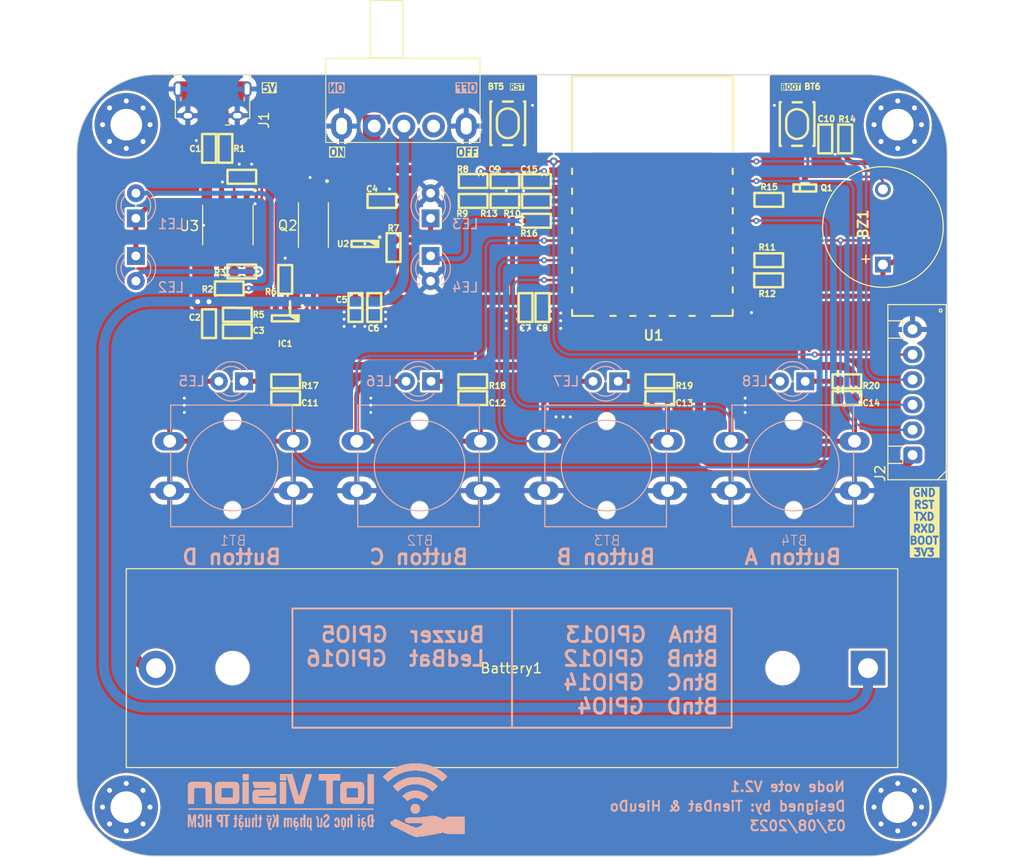
<source format=kicad_pcb>
(kicad_pcb (version 20221018) (generator pcbnew)
  (layers (0 "F.Cu" signal) (31 "B.Cu" signal) (34 "B.Paste" user) (35 "F.Paste" user) (36 "B.SilkS" user "B.Silkscreen") (37 "F.SilkS" user "F.Silkscreen") (38 "B.Mask" user) (39 "F.Mask" user) (44 "Edge.Cuts" user))
  (net 0 "")
  (net 1 "/POWER/ADC_BAT")
  (net 2 "GND")
  (net 3 "/BUTTON/button.BTC")
  (net 4 "/BUTTON/button.BTD")
  (net 5 "/BUTTON/button.BTB")
  (net 6 "/BUTTON/button.BTA")
  (net 7 "/POWER/VBUS")
  (net 8 "/POWER/STDBY")
  (net 9 "/POWER/CHRG")
  (net 10 "/esp8266/RST")
  (net 11 "/esp8266/BOOT")
  (net 12 "Net-(U2-BP)")
  (net 13 "/esp8266/Buzzer")
  (net 14 "+3V3")
  (net 15 "Net-(J1-VBUS)")
  (net 18 "Net-(IC1-VCC)")
  (net 20 "/esp8266/GPIO2")
  (net 21 "/esp8266/EN")
  (net 22 "Net-(U1-GPIO15)")
  (net 23 "/esp8266/Led_BAT")
  (net 24 "Net-(LE5-Pad1)")
  (net 25 "/esp8266/ADC")
  (net 26 "/esp8266/RXD")
  (net 27 "/esp8266/TXD")
  (net 28 "/POWER/BAT+")
  (net 29 "Net-(Q2-Pad1)")
  (net 30 "Net-(IC1-CS)")
  (net 31 "Net-(IC1-OC)")
  (net 32 "Net-(IC1-OD)")
  (net 34 "Net-(LE1-Pad2)")
  (net 35 "Net-(LE6-Pad1)")
  (net 36 "Net-(LE7-Pad1)")
  (net 37 "Net-(U3-PROG)")
  (net 38 "Net-(BZ1-+)")
  (net 39 "/POWER/BAT-")
  (net 40 "Net-(LE2-Pad2)")
  (net 41 "Net-(LE3-Pad1)")
  (net 42 "Net-(LE8-Pad1)")
  (net 43 "Net-(LE4-Pad1)")
  (footprint "IVS_FOOTPRINTS:R_0603" (layer "F.Cu") (at 69.952885 18.755037 180)
    (fp_text reference "R11")
    (fp_text value "10K")
  )
  (footprint "IVS_FOOTPRINTS:C_0603" (layer "F.Cu") (at 46.469 10.767537)
    (fp_text reference "C15")
    (fp_text value "100nF")
  )
  (footprint "IVS_FOOTPRINTS:SW_SPST_PTS810" (layer "F.Cu") (at 72.798 4.955037 -90)
    (fp_text reference "BT6")
    (fp_text value "SW_Push_4.2x3.3x2.5_SMD" hide)
  )
  (footprint "IVS_FOOTPRINTS:SOT23-6" (layer "F.Cu") (at 21.069 24.639245 -90)
    (property "VALUE" "DW01A")
    (fp_text reference "IC1")
    (fp_text value "DW01A")
  )
  (footprint "IVS_FOOTPRINTS:R_0603" (layer "F.Cu") (at 77.856167 31 180)
    (fp_text reference "R20")
    (fp_text value "1K5")
  )
  (footprint "IVS_FOOTPRINTS:C_0603" (layer "F.Cu") (at 77.856167 32.7 180)
    (fp_text reference "C14")
    (fp_text value "100nF")
  )
  (footprint "IVS_FOOTPRINTS:R_0603" (layer "F.Cu") (at 15.02 7.45 -90)
    (fp_text reference "R1")
    (fp_text value "0.5R")
  )
  (footprint "IVS_FOOTPRINTS:R_0603" (layer "F.Cu") (at 15.409 21.6 180)
    (fp_text reference "R2")
    (fp_text value "1K5")
  )
  (footprint "IVS_FOOTPRINTS:R_0603" (layer "F.Cu") (at 32.019 17.475 -90)
    (fp_text reference "R7")
    (fp_text value "1K")
  )
  (footprint "IVS_FOOTPRINTS:R_0603" (layer "F.Cu") (at 69.958 12.655037)
    (fp_text reference "R15")
    (fp_text value "1M")
  )
  (footprint "IVS_FOOTPRINTS:XH_6P_2.54mm_Vertical" (layer "F.Cu") (at 84.5 38.455037 90)
    (fp_text reference "J2")
    (fp_text value "XH_2.54_6P_Vertical")
  )
  (footprint "IVS_FOOTPRINTS:C_0603" (layer "F.Cu") (at 47.069 23.542537 -90)
    (fp_text reference "C8")
    (fp_text value "100nF")
  )
  (footprint "IVS_FOOTPRINTS:R_0603" (layer "F.Cu") (at 21.069 20.7 90)
    (fp_text reference "R6")
    (fp_text value "1K")
  )
  (footprint "IVS_FOOTPRINTS:R_0603" (layer "F.Cu") (at 16.679 19.9 180)
    (fp_text reference "R3")
    (fp_text value "1K5")
  )
  (footprint "IVS_FOOTPRINTS:C_0603" (layer "F.Cu") (at 16.23 25.948963 180)
    (fp_text reference "C3")
    (fp_text value "100nF")
  )
  (footprint "IVS_FOOTPRINTS:C_0603" (layer "F.Cu") (at 45.369 23.542537 -90)
    (fp_text reference "C7")
    (fp_text value "1uF")
  )
  (footprint "IVS_FOOTPRINTS:SOT23-5" (layer "F.Cu") (at 29.119 17.1125 -90)
    (fp_text reference "U2")
    (fp_text value "RT9193-33GB")
  )
  (footprint "IVS_FOOTPRINTS:C_0603" (layer "F.Cu") (at 28.169 23.542537 -90)
    (fp_text reference "C5")
    (fp_text value "22nF")
  )
  (footprint "IVS_FOOTPRINTS:USB_Micro-B" (layer "F.Cu") (at 13.719 2.75 180)
    (fp_text reference "J1")
    (fp_text value "USB_B_Micro_5Ft_SMD_V1")
  )
  (footprint "IVS_FOOTPRINTS:MountingHole_3.2mm_M3_Pad_Via" (layer "F.Cu") (at 5 74.055037)
    (fp_text reference "REF**" hide)
    (fp_text value "MountingHole_3.2mm_M3_Pad_Via")
  )
  (footprint "IVS_FOOTPRINTS:R_0603" (layer "F.Cu") (at 40.069 12.767537 180)
    (fp_text reference "R9")
    (fp_text value "1K")
  )
  (footprint "IVS_FOOTPRINTS:R_0603" (layer "F.Cu") (at 46.469 12.767537)
    (fp_text reference "R10")
    (fp_text value "10K")
  )
  (footprint "IVS_FOOTPRINTS:MountingHole_3.2mm_M3_Pad_Via" (layer "F.Cu") (at 83 5.055037)
    (fp_text reference "REF**" hide)
    (fp_text value "MountingHole_3.2mm_M3_Pad_Via")
  )
  (footprint "IVS_FOOTPRINTS:C_0603" (layer "F.Cu") (at 58.942055 32.7 180)
    (fp_text reference "C13")
    (fp_text value "100nF")
  )
  (footprint "IVS_FOOTPRINTS:C_0603" (layer "F.Cu") (at 30.069 23.542537 -90)
    (fp_text reference "C6")
    (fp_text value "1uF")
  )
  (footprint "IVS_FOOTPRINTS:MountingHole_3.2mm_M3_Pad_Via" (layer "F.Cu") (at 5 5.055037)
    (fp_text reference "REF**" hide)
    (fp_text value "MountingHole_3.2mm_M3_Pad_Via")
  )
  (footprint "IVS_FOOTPRINTS:BatteryHolder_MPD_BH-18650-PC2" (layer "F.Cu") (at 80 60 180)
    (fp_text reference "Battery1")
    (fp_text value "Battery_Holder_1x18650_DIP")
  )
  (footprint "IVS_FOOTPRINTS:SS-12F23G6" (layer "F.Cu") (at 33.069 5.1)
    (fp_text reference "S2" hide)
    (fp_text value "Slide_Switch_SS-12F23G6" hide)
  )
  (footprint "IVS_FOOTPRINTS:MountingHole_3.2mm_M3_Pad_Via" (layer "F.Cu") (at 83 74.055037)
    (fp_text reference "REF**" hide)
    (fp_text value "MountingHole_3.2mm_M3_Pad_Via")
  )
  (footprint "IVS_FOOTPRINTS:R_0603" (layer "F.Cu") (at 77.685 6.5 90)
    (fp_text reference "R14")
    (fp_text value "10K")
  )
  (footprint "IVS_FOOTPRINTS:ESP8266-07__ESP32-C3-12F" (layer "F.Cu") (at 50.073 7.767537)
    (fp_text reference "U1")
    (fp_text value "ESP8266-ESP-12E")
  )
  (footprint "IVS_FOOTPRINTS:C_0603" (layer "F.Cu") (at 13.364 25.173963 -90)
    (fp_text reference "C2")
    (fp_text value "10uF")
  )
  (footprint "IVS_FOOTPRINTS:C_0603" (layer "F.Cu") (at 40.027944 32.7 180)
    (fp_text reference "C12")
    (fp_text value "100nF")
  )
  (footprint "IVS_FOOTPRINTS:R_0603" (layer "F.Cu") (at 43.274232 12.767537 180)
    (fp_text reference "R13")
    (fp_text value "10K")
  )
  (footprint "IVS_FOOTPRINTS:TP4056" (layer "F.Cu") (at 15.269 15.2 -90)
    (fp_text reference "U3")
    (fp_text value "TP4056")
  )
  (footprint "IVS_FOOTPRINTS:SOT23-3" (layer "F.Cu") (at 73.608 11.455037)
    (fp_text reference "Q1")
    (fp_text value "N_Mosfet_SI2300")
  )
  (footprint "IVS_FOOTPRINTS:C_0603" (layer "F.Cu") (at 75.669 6.5 -90)
    (fp_text reference "C10")
    (fp_text value "100nF")
  )
  (footprint "IVS_FOOTPRINTS:R_0603" (layer "F.Cu") (at 16.684 10.325 180)
    (fp_text reference "R4" hide)
    (fp_text value "2K")
  )
  (footprint "IVS_FOOTPRINTS:C_0603" (layer "F.Cu") (at 43.274232 10.767537)
    (fp_text reference "C9")
    (fp_text value "100nF")
  )
  (footprint "IVS_FOOTPRINTS:R_0603" (layer "F.Cu") (at 16.23 24.274963)
    (fp_text reference "R5")
    (fp_text value "100R")
  )
  (footprint "IVS_FOOTPRINTS:C_0603" (layer "F.Cu") (at 21.113833 32.7 180)
    (fp_text reference "C11")
    (fp_text value "100nF")
  )
  (footprint "IVS_FOOTPRINTS:R_0603" (layer "F.Cu") (at 58.942055 31 180)
    (fp_text reference "R19")
    (fp_text value "1K5")
  )
  (footprint "IVS_FOOTPRINTS:C_0603" (layer "F.Cu") (at 30.844 12.767537)
    (fp_text reference "C4")
    (fp_text value "1uF")
  )
  (footprint "IVS_FOOTPRINTS:R_0603" (layer "F.Cu") (at 40.027944 31 180)
    (fp_text reference "R18")
    (fp_text value "1K5")
  )
  (footprint "IVS_FOOTPRINTS:SW_SPST_PTS810" (layer "F.Cu") (at 43.599232 4.955037 90)
    (fp_text reference "BT5")
    (fp_text value "SW_Push_4.2x3.3x2.5_SMD" hide)
  )
  (footprint "IVS_FOOTPRINTS:R_0603" (layer "F.Cu") (at 46.469 14.767537 180)
    (fp_text reference "R16")
    (fp_text value "1K5")
  )
  (footprint "IVS_FOOTPRINTS:R_0603" (layer "F.Cu") (at 21.113833 31 180)
    (fp_text reference "R17")
    (fp_text value "1K5")
  )
  (footprint "IVS_FOOTPRINTS:TSSOP-8" (layer "F.Cu") (at 23.919 15.2 -90)
    (fp_text reference "Q2")
    (fp_text value "FS8205A")
  )
  (footprint "IVS_FOOTPRINTS:Buzzer_12x6RM7.6" (layer "F.Cu") (at 81.5 15.4 90)
    (fp_text reference "BZ1")
    (fp_text value "1206_DIP_Buzzer")
  )
  (footprint "IVS_FOOTPRINTS:R_0603" (layer "F.Cu") (at 69.937885 20.787037)
    (fp_text reference "R12")
    (fp_text value "10K")
  )
  (footprint "IVS_FOOTPRINTS:C_0603" (layer "F.Cu") (at 13.369 7.45 -90)
    (fp_text reference "C1")
    (fp_text value "10uF")
  )
  (footprint "IVS_FOOTPRINTS:R_0603" (layer "F.Cu") (at 40.069 10.75)
    (fp_text reference "R8")
    (fp_text value "3k3")
  )
  (footprint "IVS_FOOTPRINTS:LED_D3.0mm_Red" (layer "B.Cu") (at 5.969 14.525 90)
    (fp_text reference "LE1")
    (fp_text value "Led_Green_3mm_DIP")
  )
  (footprint "IVS_FOOTPRINTS:LED_D3.0mm_Red" (layer "B.Cu") (at 73.646167 31 180)
    (fp_text reference "LE8")
    (fp_text value "Led_Green_3mm_DIP")
  )
  (footprint "IVS_FOOTPRINTS:SW_Push_TactileSwitch_12x12mm_DIP" (layer "B.Cu") (at 53.567055 39.515037)
    (fp_text reference "BT3")
    (fp_text value "SW_Push_B3F-4055_12x12x7.3_Omron")
    (fp_circle (center 0 -4.5) (end 0.9 -4.5) (stroke (width 0.05)) (fill none) (layer "Edge.Cuts"))
    (fp_circle (center 0 4.5) (end 0.9 4.5) (stroke (width 0.05)) (fill none) (layer "Edge.Cuts"))
  )
  (footprint "IVS_FOOTPRINTS:LED_D3.0mm_Red" (layer "B.Cu") (at 5.969 18.325 -90)
    (fp_text reference "LE2")
    (fp_text value "Led_Red_3mm_DIP")
  )
  (footprint "IVS_FOOTPRINTS:LED_D3.0mm_Red" (layer "B.Cu") (at 54.732055 31 180)
    (fp_text reference "LE7")
    (fp_text value "Led_Green_3mm_DIP")
  )
  (footprint "IVS_FOOTPRINTS:LoGo_IoTVision3" (layer "B.Cu") (at 25.228278 73.35 180)
    (fp_text reference "REF**" hide)
    (fp_text value "LOGO" hide)
  )
  (footprint "IVS_FOOTPRINTS:SW_Push_TactileSwitch_12x12mm_DIP" (layer "B.Cu") (at 15.738833 39.515037)
    (fp_text reference "BT1")
    (fp_text value "SW_Push_B3F-4055_12x12x7.3_Omron")
    (fp_circle (center 0 -4.5) (end 0.9 -4.5) (stroke (width 0.05)) (fill none) (layer "Edge.Cuts"))
    (fp_circle (center 0 4.5) (end 0.9 4.5) (stroke (width 0.05)) (fill none) (layer "Edge.Cuts"))
  )
  (footprint "IVS_FOOTPRINTS:LED_D3.0mm_Red" (layer "B.Cu") (at 35.817944 31 180)
    (fp_text reference "LE6")
    (fp_text value "Led_Green_3mm_DIP")
  )
  (footprint "IVS_FOOTPRINTS:LED_D3.0mm_Red" (layer "B.Cu") (at 35.769 14.525 90)
    (fp_text reference "LE3")
    (fp_text value "Led_Red_3mm_DIP")
  )
  (footprint "IVS_FOOTPRINTS:SW_Push_TactileSwitch_12x12mm_DIP" (layer "B.Cu") (at 34.652944 39.515037)
    (fp_text reference "BT2")
    (fp_text value "SW_Push_B3F-4055_12x12x7.3_Omron")
    (fp_circle (center 0 -4.5) (end 0.9 -4.5) (stroke (width 0.05)) (fill none) (layer "Edge.Cuts"))
    (fp_circle (center 0 4.5) (end 0.9 4.5) (stroke (width 0.05)) (fill none) (layer "Edge.Cuts"))
  )
  (footprint "IVS_FOOTPRINTS:LED_D3.0mm_Red" (layer "B.Cu") (at 35.769 18.325 -90)
    (fp_text reference "LE4")
    (fp_text value "Led_Blue_3mm_DIP")
  )
  (footprint "IVS_FOOTPRINTS:SW_Push_TactileSwitch_12x12mm_DIP" (layer "B.Cu") (at 72.481167 39.515037)
    (fp_text reference "BT4")
    (fp_text value "SW_Push_B3F-4055_12x12x7.3_Omron")
    (fp_circle (center 0 -4.5) (end 0.9 -4.5) (stroke (width 0.05)) (fill none) (layer "Edge.Cuts"))
    (fp_circle (center 0 4.5) (end 0.9 4.5) (stroke (width 0.05)) (fill none) (layer "Edge.Cuts"))
  )
  (footprint "IVS_FOOTPRINTS:LED_D3.0mm_Red" (layer "B.Cu") (at 16.903833 31 180)
    (fp_text reference "LE5")
    (fp_text value "Led_Green_3mm_DIP")
  )
  (gr_rect (start 21.8 53.975) (end 66.2 66.025) (stroke (width 0.2)) (fill none) (layer "B.SilkS"))
  (gr_line (start 44 66.025) (end 44 53.975) (stroke (width 0.2)) (layer "B.SilkS"))
  (gr_line (start 0 71) (end 0 8) (stroke (width 0.1)) (layer "Edge.Cuts"))
  (gr_arc (start 88 71) (mid 85.656855 76.656855) (end 80 79) (stroke (width 0.1)) (layer "Edge.Cuts"))
  (gr_arc (start 8 79) (mid 2.343145 76.656855) (end 0 71) (stroke (width 0.1)) (layer "Edge.Cuts"))
  (gr_arc (start 80 0) (mid 85.656855 2.343145) (end 88 8) (stroke (width 0.1)) (layer "Edge.Cuts"))
  (gr_line (start 88 71) (end 88 8) (stroke (width 0.1)) (layer "Edge.Cuts"))
  (gr_arc (start 0 8) (mid 2.343145 2.343145) (end 8 0) (stroke (width 0.1)) (layer "Edge.Cuts"))
  (gr_line (start 80 79) (end 8 79) (stroke (width 0.1)) (layer "Edge.Cuts"))
  (gr_line (start 8 0) (end 80 0) (stroke (width 0.1)) (layer "Edge.Cuts"))
  (gr_text "Button A" (at 77.45331 49.65) (layer "B.SilkS") (effects (font (size 1.5 1.5) (thickness 0.3) bold) (justify left bottom mirror)))
  (gr_text "Button C" (at 39.73223 49.65) (layer "B.SilkS") (effects (font (size 1.5 1.5) (thickness 0.3) bold) (justify left bottom mirror)))
  (gr_text "Button B" (at 58.646341 49.65) (layer "B.SilkS") (effects (font (size 1.5 1.5) (thickness 0.3) bold) (justify left bottom mirror)))
  (gr_text "ON" (at 27.152928 1.8) (layer "B.SilkS" knockout) (effects (font (size 0.75 0.75) (thickness 0.1875) bold) (justify left bottom mirror)))
  (gr_text "Node vote V2.1" (at 77.778278 72.575) (layer "B.SilkS") (effects (font (size 1 1) (thickness 0.2) bold) (justify left bottom mirror)))
  (gr_text "Designed by: TienDat & HieuDo" (at 77.828278 74.55) (layer "B.SilkS") (effects (font (size 1 1) (thickness 0.2) bold) (justify left bottom mirror)))
  (gr_text "BtnA  GPIO13	Buzzer  GPIO5\nBtnB  GPIO12	LedBat  GPIO16\nBtnC  GPIO14	\nBtnD  GPIO4" (at 65.046429 64.7475) (layer "B.SilkS") (effects (font (size 1.5 1.5) (thickness 0.3) bold) (justify left bottom mirror)))
  (gr_text "OFF" (at 40.552928 1.8) (layer "B.SilkS" knockout) (effects (font (size 0.75 0.75) (thickness 0.1875) bold) (justify left bottom mirror)))
  (gr_text "03/08/2023" (at 77.878278 76.525) (layer "B.SilkS") (effects (font (size 1 1) (thickness 0.2) bold) (justify left bottom mirror)))
  (gr_text "Button D" (at 20.818119 49.65) (layer "B.SilkS") (effects (font (size 1.5 1.5) (thickness 0.3) bold) (justify left bottom mirror)))
  (gr_text "5V" (at 18.619 1.8) (layer "F.SilkS" knockout) (effects (font (size 0.75 0.75) (thickness 0.1875) bold) (justify left bottom)))
  (gr_text "ON" (at 25.419 8.3) (layer "F.SilkS" knockout) (effects (font (size 0.75 0.75) (thickness 0.1875) bold) (justify left bottom)))
  (gr_text "GND\nRST\nTXD\nRXD\nBOOT\n3V3" (at 85.669 48.75) (layer "F.SilkS" knockout) (effects (font (size 0.75 0.75) (thickness 0.1875) bold) (justify bottom)))
  (gr_text "RST" (at 43.719 1.55) (layer "F.SilkS" knockout) (effects (font (size 0.5 0.5) (thickness 0.125) bold) (justify left bottom)))
  (gr_text "OFF" (at 38.319 8.3) (layer "F.SilkS" knockout) (effects (font (size 0.75 0.75) (thickness 0.1875) bold) (justify left bottom)))
  (gr_text "BOOT" (at 71.119 1.55) (layer "F.SilkS" knockout) (effects (font (size 0.5 0.5) (thickness 0.125) bold) (justify left bottom)))
  (segment (start 30.069 15.975) (end 30.069 12.767537) (width 0.5) (layer "F.Cu") (net 1))
  (segment (start 30.069 9.55) (end 30.069 12.767537) (width 1) (layer "F.Cu") (net 1))
  (segment (start 38.353209 9.55) (end 30.069 9.55) (width 0.8) (layer "F.Cu") (net 1))
  (segment (start 39.294 10.75) (end 39.294 10.490791) (width 0.8) (layer "F.Cu") (net 1))
  (segment (start 30.069 5.2) (end 30.069 9.55) (width 1) (layer "F.Cu") (net 1))
  (arc (start 39.294 10.490791) (mid 39.018449 9.825551) (end 38.353209 9.55) (width 0.8) (layer "F.Cu") (net 1))
  (segment (start 44.049232 10.767537) (end 44.049232 11.119768) (width 0.25) (layer "F.Cu") (net 2))
  (segment (start 15.269 15.2) (end 12.844 15.2) (width 0.25) (layer "F.Cu") (net 2))
  (segment (start 47.069 24.317537) (end 47.069 25.183332) (width 0.25) (layer "F.Cu") (net 2))
  (segment (start 31.619 12.767537) (end 31.619 11.55) (width 0.25) (layer "F.Cu") (net 2))
  (segment (start 45.369 24.317537) (end 45.369 25.233334) (width 0.25) (layer "F.Cu") (net 2))
  (segment (start 23.583 10.3975) (end 23.583 12.309) (width 0.25) (layer "F.Cu") (net 2))
  (segment (start 44.658 2.617537) (end 44.658 7.267537) (width 0.25) (layer "F.Cu") (net 2))
  (segment (start 45.694 10.767537) (end 45.694 11.225) (width 0.25) (layer "F.Cu") (net 2))
  (segment (start 44.658 2.617537) (end 45.586537 2.617537) (width 0.25) (layer "F.Cu") (net 2))
  (segment (start 71.748 2.642537) (end 71.748 7.292537) (width 0.25) (layer "F.Cu") (net 2))
  (segment (start 29.119 15.975) (end 29.119 17.1025) (width 0.25) (layer "F.Cu") (net 2))
  (segment (start 28.169 24.317537) (end 28.169 25.35) (width 0.25) (layer "F.Cu") (net 2))
  (segment (start 23.583 12.309) (end 23.594 12.32) (width 0.25) (layer "F.Cu") (net 2))
  (segment (start 21.069 19.925) (end 21.069 18.55) (width 0.25) (layer "F.Cu") (net 2))
  (segment (start 71.748 2.642537) (end 70.976463 2.642537) (width 0.25) (layer "F.Cu") (net 2))
  (segment (start 65.793 22.767537) (end 66.9205 22.767537) (width 0.5) (layer "F.Cu") (net 2))
  (segment (start 76.444 8.05) (end 76.669 8.05) (width 0.25) (layer "F.Cu") (net 2))
  (segment (start 17.174 12.725) (end 17.6985 12.725) (width 0.25) (layer "F.Cu") (net 2))
  (segment (start 30.069 24.317537) (end 30.069 25.35) (width 0.25) (layer "F.Cu") (net 2))
  (segment (start 13.369 6.675) (end 12.122492 6.675) (width 0.25) (layer "F.Cu") (net 2))
  (segment (start 17.459 9.26) (end 17.459 10.325) (width 0.5) (layer "F.Cu") (net 2))
  (segment (start 14.634 12.725) (end 14.634 10.935) (width 0.25) (layer "F.Cu") (net 2))
  (via blind (at 48.919 24.880037) (size 0.6) (drill 0.3) (layers "F.Cu" "B.Cu") (net 2))
  (via blind (at 43.419 24.106716) (size 0.6) (drill 0.3) (layers "F.Cu" "B.Cu") (net 2))
  (via blind (at 68.208 24.055037) (size 0.6) (drill 0.3) (layers "F.Cu" "B.Cu") (net 2))
  (via blind (at 67.569 33.425) (size 0.6) (drill 0.3) (layers "F.Cu" "B.Cu") (net 2))
  (via blind (at 48.444 34.6) (size 0.6) (drill 0.3) (layers "F.Cu" "B.Cu") (net 2))
  (via blind (at 49.894 34.6) (size 0.6) (drill 0.3) (layers "F.Cu" "B.Cu") (net 2))
  (via blind (at 43.419 25.65) (size 0.6) (drill 0.3) (layers "F.Cu" "B.Cu") (net 2))
  (via blind (at 30.169 25.45) (size 0.6) (drill 0.3) (layers "F.Cu" "B.Cu") (net 2))
  (via blind (at 70.519 3.1) (size 0.6) (drill 0.3) (layers "F.Cu" "B.Cu") (net 2))
  (via blind (at 31.619 11.55) (size 0.6) (drill 0.3) (layers "F.Cu" "B.Cu") (net 2))
  (via blind (at 29.719 33.425) (size 0.6) (drill 0.3) (layers "F.Cu" "B.Cu") (net 2))
  (via blind (at 18.0235 13.05) (size 0.6) (drill 0.3) (layers "F.Cu" "B.Cu") (net 2))
  (via blind (at 48.919 24.106716) (size 0.6) (drill 0.3) (layers "F.Cu" "B.Cu") (net 2))
  (via blind (at 27.019 25.45) (size 0.6) (drill 0.3) (layers "F.Cu" "B.Cu") (net 2))
  (via blind (at 29.719 34.15) (size 0.6) (drill 0.3) (layers "F.Cu" "B.Cu") (net 2))
  (via blind (at 46.069 3.1) (size 0.6) (drill 0.3) (layers "F.Cu" "B.Cu") (net 2))
  (via blind (at 27.019 24) (size 0.6) (drill 0.3) (layers "F.Cu" "B.Cu") (net 2))
  (via blind (at 45.785666 25.65) (size 0.6) (drill 0.3) (layers "F.Cu" "B.Cu") (net 2))
  (via blind (at 12.819 15.225) (size 0.6) (drill 0.3) (layers "F.Cu" "B.Cu") (net 2))
  (via blind (at 29.719 32.7) (size 0.6) (drill 0.3) (layers "F.Cu" "B.Cu") (net 2))
  (via blind (at 10.869 34.15) (size 0.6) (drill 0.3) (layers "F.Cu" "B.Cu") (net 2))
  (via blind (at 28.069 25.45) (size 0.6) (drill 0.3) (layers "F.Cu" "B.Cu") (net 2))
  (via blind (at 10.869 33.425) (size 0.6) (drill 0.3) (layers "F.Cu" "B.Cu") (net 2))
  (via blind (at 17.669 9.05) (size 0.6) (drill 0.3) (layers "F.Cu" "B.Cu") (net 2))
  (via blind (at 29.119 25.45) (size 0.6) (drill 0.3) (layers "F.Cu" "B.Cu") (net 2))
  (via blind (at 31.219 24.725) (size 0.6) (drill 0.3) (layers "F.Cu" "B.Cu") (net 2))
  (via blind (at 29.119 17.1025) (size 0.6) (drill 0.3) (layers "F.Cu" "B.Cu") (net 2))
  (via blind (at 43.419 11.75) (size 0.6) (drill 0.3) (layers "F.Cu" "B.Cu") (net 2))
  (via blind (at 27.019 24.725) (size 0.6) (drill 0.3) (layers "F.Cu" "B.Cu") (net 2))
  (via blind (at 47.419 25.65) (size 0.6) (drill 0.3) (layers "F.Cu" "B.Cu") (net 2))
  (via blind (at 67.569 32.7) (size 0.6) (drill 0.3) (layers "F.Cu" "B.Cu") (net 2))
  (via blind (at 49.169 34.6) (size 0.6) (drill 0.3) (layers "F.Cu" "B.Cu") (net 2))
  (via blind (at 14.719 10.85) (size 0.6) (drill 0.3) (layers "F.Cu" "B.Cu") (net 2))
  (via blind (at 12.079037 6.657) (size 0.6) (drill 0.3) (layers "F.Cu" "B.Cu") (net 2))
  (via blind (at 21.069 18.55) (size 0.6) (drill 0.3) (layers "F.Cu" "B.Cu") (net 2))
  (via blind (at 23.583 10.3975) (size 0.6) (drill 0.3) (layers "F.Cu" "B.Cu") (net 2))
  (via blind (at 16.419 9.05) (size 0.6) (drill 0.3) (layers "F.Cu" "B.Cu") (net 2))
  (via blind (at 31.219 24) (size 0.6) (drill 0.3) (layers "F.Cu" "B.Cu") (net 2))
  (via blind (at 46.602332 25.65) (size 0.6) (drill 0.3) (layers "F.Cu" "B.Cu") (net 2))
  (via blind (at 48.919 25.65) (size 0.6) (drill 0.3) (layers "F.Cu" "B.Cu") (net 2))
  (via blind (at 10.869 32.7) (size 0.6) (drill 0.3) (layers "F.Cu" "B.Cu") (net 2))
  (via blind (at 67.569 34.15) (size 0.6) (drill 0.3) (layers "F.Cu" "B.Cu") (net 2))
  (via blind (at 43.419 24.880037) (size 0.6) (drill 0.3) (layers "F.Cu" "B.Cu") (net 2))
  (via blind (at 45.169 11.75) (size 0.6) (drill 0.3) (layers "F.Cu" "B.Cu") (net 2))
  (via blind (at 44.969 25.65) (size 0.6) (drill 0.3) (layers "F.Cu" "B.Cu") (net 2))
  (via blind (at 31.219 25.45) (size 0.6) (drill 0.3) (layers "F.Cu" "B.Cu") (net 2))
  (via blind (at 76.669 8.05) (size 0.6) (drill 0.3) (layers "F.Cu" "B.Cu") (net 2))
  (arc (start 45.694 11.225) (mid 45.540231 11.596231) (end 45.169 11.75) (width 0.25) (layer "F.Cu") (net 2))
  (arc (start 70.976463 2.642537) (mid 70.652988 2.776525) (end 70.519 3.1) (width 0.25) (layer "F.Cu") (net 2))
  (arc (start 17.6985 12.725) (mid 17.92831 12.82019) (end 18.0235 13.05) (width 0.25) (layer "F.Cu") (net 2))
  (arc (start 12.844 15.2) (mid 12.826322 15.207322) (end 12.819 15.225) (width 0.25) (layer "F.Cu") (net 2))
  (arc (start 45.369 25.233334) (mid 45.491039 25.527961) (end 45.785666 25.65) (width 0.25) (layer "F.Cu") (net 2))
  (arc (start 30.069 25.35) (mid 30.098289 25.420711) (end 30.169 25.45) (width 0.25) (layer "F.Cu") (net 2))
  (arc (start 66.9205 22.767537) (mid 67.8309 23.144637) (end 68.208 24.055037) (width 0.5) (layer "F.Cu") (net 2))
  (arc (start 44.049232 11.119768) (mid 43.864641 11.565409) (end 43.419 11.75) (width 0.25) (layer "F.Cu") (net 2))
  (arc (start 14.634 10.935) (mid 14.658896 10.874896) (end 14.719 10.85) (width 0.25) (layer "F.Cu") (net 2))
  (arc (start 28.169 25.35) (mid 28.139711 25.420711) (end 28.069 25.45) (width 0.25) (layer "F.Cu") (net 2))
  (arc (start 17.669 9.05) (mid 17.520508 9.111508) (end 17.459 9.26) (width 0.5) (layer "F.Cu") (net 2))
  (arc (start 75.669 7.275) (mid 75.895992 7.823008) (end 76.444 8.05) (width 0.25) (layer "F.Cu") (net 2))
  (arc (start 47.069 25.183332) (mid 46.932316 25.513316) (end 46.602332 25.65) (width 0.25) (layer "F.Cu") (net 2))
  (arc (start 45.586537 2.617537) (mid 45.92769 2.758847) (end 46.069 3.1) (width 0.25) (layer "F.Cu") (net 2))
  (segment (start 40.802944 32.7) (end 40.802944 37.055037) (width 0.5) (layer "F.Cu") (net 3))
  (segment (start 50.593 16.767537) (end 47.244 16.767537) (width 0.25) (layer "F.Cu") (net 3))
  (segment (start 33.277944 31) (end 29.908934 30.99997) (width 0.5) (layer "F.Cu") (net 3))
  (segment (start 28.302944 37.055037) (end 40.802944 37.055037) (width 0.5) (layer "F.Cu") (net 3))
  (segment (start 28.302944 37.055037) (end 28.302944 32.605946) (width 0.5) (layer "F.Cu") (net 3))
  (via blind (at 47.244 16.767537) (size 0.6) (drill 0.3) (layers "F.Cu" "B.Cu") (net 3))
  (arc (start 28.302944 32.605946) (mid 28.773328 31.470345) (end 29.908934 30.99997) (width 0.5) (layer "F.Cu") (net 3))
  (segment (start 28.302944 37.055037) (end 28.302944 29.766056) (width 0.25) (layer "B.Cu") (net 3))
  (segment (start 29.619 28.45) (end 40.240667 28.45) (width 0.25) (layer "B.Cu") (net 3))
  (segment (start 42.09182 16.767537) (end 47.244 16.767537) (width 0.25) (layer "B.Cu") (net 3))
  (segment (start 41.340667 27.35) (end 41.340667 17.51869) (width 0.25) (layer "B.Cu") (net 3))
  (arc (start 40.240667 28.45) (mid 41.018484 28.127817) (end 41.340667 27.35) (width 0.25) (layer "B.Cu") (net 3))
  (arc (start 28.302944 29.766056) (mid 28.688408 28.835464) (end 29.619 28.45) (width 0.25) (layer "B.Cu") (net 3))
  (arc (start 41.340667 17.51869) (mid 41.560658 16.987537) (end 42.09182 16.767537) (width 0.25) (layer "B.Cu") (net 3))
  (segment (start 21.888833 32.7) (end 21.888833 37.055037) (width 0.5) (layer "F.Cu") (net 4))
  (segment (start 65.793 14.767537) (end 68.688485 14.767537) (width 0.25) (layer "F.Cu") (net 4))
  (segment (start 14.363833 31) (end 11.055385 30.999978) (width 0.5) (layer "F.Cu") (net 4))
  (segment (start 9.388833 32.666519) (end 9.388833 37.055037) (width 0.5) (layer "F.Cu") (net 4))
  (segment (start 9.388833 37.055037) (end 21.888833 37.055037) (width 0.5) (layer "F.Cu") (net 4))
  (via blind (at 68.694974 14.774026) (size 0.6) (drill 0.3) (layers "F.Cu" "B.Cu") (net 4))
  (arc (start 11.055385 30.999978) (mid 9.876955 31.488093) (end 9.388833 32.666519) (width 0.5) (layer "F.Cu") (net 4))
  (arc (start 68.688485 14.767537) (mid 68.693073 14.769438) (end 68.694974 14.774026) (width 0.25) (layer "F.Cu") (net 4))
  (segment (start 75.119 14.75) (end 68.719 14.75) (width 0.25) (layer "B.Cu") (net 4))
  (segment (start 24.533796 39.7) (end 74.119 39.7) (width 0.25) (layer "B.Cu") (net 4))
  (segment (start 75.769 38.05) (end 75.769 15.4) (width 0.25) (layer "B.Cu") (net 4))
  (arc (start 74.119 39.7) (mid 75.285726 39.216726) (end 75.769 38.05) (width 0.25) (layer "B.Cu") (net 4))
  (arc (start 68.719 14.75) (mid 68.702011 14.757037) (end 68.694974 14.774026) (width 0.25) (layer "B.Cu") (net 4))
  (arc (start 21.888833 37.055037) (mid 22.663525 38.925308) (end 24.533796 39.7) (width 0.25) (layer "B.Cu") (net 4))
  (arc (start 75.769 15.4) (mid 75.578619 14.940381) (end 75.119 14.75) (width 0.25) (layer "B.Cu") (net 4))
  (segment (start 47.217055 37.055037) (end 47.217055 32.594057) (width 0.5) (layer "F.Cu") (net 5))
  (segment (start 50.593 18.767537) (end 47.2515 18.767537) (width 0.25) (layer "F.Cu") (net 5))
  (segment (start 47.217055 37.055037) (end 59.717055 37.055037) (width 0.5) (layer "F.Cu") (net 5))
  (segment (start 59.717055 32.7) (end 59.717055 37.055037) (width 0.5) (layer "F.Cu") (net 5))
  (segment (start 52.192055 31) (end 48.811067 31.000031) (width 0.5) (layer "F.Cu") (net 5))
  (via blind (at 47.244 18.760037) (size 0.6) (drill 0.3) (layers "F.Cu" "B.Cu") (net 5))
  (arc (start 47.217055 32.594057) (mid 47.683929 31.466915) (end 48.811067 31.000031) (width 0.5) (layer "F.Cu") (net 5))
  (arc (start 47.2515 18.767537) (mid 47.246197 18.76534) (end 47.244 18.760037) (width 0.25) (layer "F.Cu") (net 5))
  (segment (start 47.244 18.760037) (end 43.684178 18.760037) (width 0.25) (layer "B.Cu") (net 5))
  (segment (start 42.708 19.736215) (end 42.708 34.9) (width 0.25) (layer "B.Cu") (net 5))
  (segment (start 47.217055 37.055037) (end 44.863037 37.055037) (width 0.25) (layer "B.Cu") (net 5))
  (arc (start 43.684178 18.760037) (mid 42.993916 19.045953) (end 42.708 19.736215) (width 0.25) (layer "B.Cu") (net 5))
  (arc (start 44.863037 37.055037) (mid 43.339196 36.423841) (end 42.708 34.9) (width 0.25) (layer "B.Cu") (net 5))
  (segment (start 71.106167 31) (end 67.691324 31.000023) (width 0.5) (layer "F.Cu") (net 6))
  (segment (start 66.131167 37.055037) (end 78.631167 37.055037) (width 0.5) (layer "F.Cu") (net 6))
  (segment (start 50.593 20.767537) (end 47.2515 20.767537) (width 0.25) (layer "F.Cu") (net 6))
  (segment (start 66.131167 37.055037) (end 66.131167 32.56019) (width 0.5) (layer "F.Cu") (net 6))
  (segment (start 78.631167 32.7) (end 78.631167 37.055037) (width 0.5) (layer "F.Cu") (net 6))
  (via blind (at 47.244 20.760037) (size 0.6) (drill 0.3) (layers "F.Cu" "B.Cu") (net 6))
  (arc (start 47.2515 20.767537) (mid 47.246197 20.76534) (end 47.244 20.760037) (width 0.25) (layer "F.Cu") (net 6))
  (arc (start 66.131167 32.56019) (mid 66.588126 31.456989) (end 67.691324 31.000023) (width 0.5) (layer "F.Cu") (net 6))
  (segment (start 47.244 20.760037) (end 44.933234 20.760037) (width 0.25) (layer "B.Cu") (net 6))
  (segment (start 44.108 21.585271) (end 44.108 31.8) (width 0.25) (layer "B.Cu") (net 6))
  (segment (start 64.319 33.55) (end 45.858 33.55) (width 0.25) (layer "B.Cu") (net 6))
  (segment (start 66.131167 37.055037) (end 66.131167 35.362167) (width 0.25) (layer "B.Cu") (net 6))
  (arc (start 44.933234 20.760037) (mid 44.349705 21.001742) (end 44.108 21.585271) (width 0.25) (layer "B.Cu") (net 6))
  (arc (start 45.858 33.55) (mid 44.620563 33.037437) (end 44.108 31.8) (width 0.25) (layer "B.Cu") (net 6))
  (arc (start 66.131167 35.362167) (mid 65.600396 34.080771) (end 64.319 33.55) (width 0.25) (layer "B.Cu") (net 6))
  (segment (start 18.698 17.039229) (end 18.698 8.925573) (width 0.25) (layer "F.Cu") (net 7))
  (segment (start 13.369 10.6) (end 13.369 12.72) (width 0.5) (layer "F.Cu") (net 7))
  (segment (start 5.969 14.525) (end 7.379515 13.114485) (width 0.5) (layer "F.Cu") (net 7))
  (segment (start 13.369 8.225) (end 15.02 8.225) (width 0.5) (layer "F.Cu") (net 7))
  (segment (start 8.319816 12.725) (end 13.364 12.725) (width 0.5) (layer "F.Cu") (net 7))
  (segment (start 17.174 17.675) (end 18.062229 17.675) (width 0.25) (layer "F.Cu") (net 7))
  (segment (start 13.369 8.225) (end 13.369 10.6) (width 0.5) (layer "F.Cu") (net 7))
  (segment (start 5.969 14.525) (end 5.969 18.325) (width 0.5) (layer "F.Cu") (net 7))
  (segment (start 15.02 8.225) (end 17.997427 8.225) (width 0.25) (layer "F.Cu") (net 7))
  (arc (start 18.062229 17.675) (mid 18.511787 17.488787) (end 18.698 17.039229) (width 0.25) (layer "F.Cu") (net 7))
  (arc (start 7.379515 13.114485) (mid 7.810929 12.826224) (end 8.319816 12.725) (width 0.5) (layer "F.Cu") (net 7))
  (arc (start 17.997427 8.225) (mid 18.492807 8.430193) (end 18.698 8.925573) (width 0.25) (layer "F.Cu") (net 7))
  (segment (start 14.634 17.675) (end 14.634 21.6) (width 0.5) (layer "F.Cu") (net 8))
  (segment (start 15.904 17.675) (end 15.904 19.9) (width 0.5) (layer "F.Cu") (net 9))
  (segment (start 48.208 8.767537) (end 42.516769 8.767537) (width 0.25) (layer "F.Cu") (net 10))
  (segment (start 42.499232 7.267537) (end 42.499232 8.75) (width 0.25) (layer "F.Cu") (net 10))
  (segment (start 42.508 2.617537) (end 42.508 7.267537) (width 0.25) (layer "F.Cu") (net 10))
  (segment (start 50.593 8.767537) (end 48.208 8.767537) (width 0.25) (layer "F.Cu") (net 10))
  (segment (start 42.499232 8.75) (end 42.499232 10.767537) (width 0.25) (layer "F.Cu") (net 10))
  (segment (start 42.499232 12.767537) (end 42.499232 10.767537) (width 0.25) (layer "F.Cu") (net 10))
  (segment (start 84.5 28.295037) (end 74.608 28.295037) (width 0.25) (layer "F.Cu") (net 10))
  (via blind (at 48.208 8.767537) (size 0.8) (drill 0.4) (layers "F.Cu" "B.Cu") (net 10))
  (via blind (at 74.608 28.295037) (size 0.6) (drill 0.3) (layers "F.Cu" "B.Cu") (net 10))
  (arc (start 42.516769 8.767537) (mid 42.504368 8.762401) (end 42.499232 8.75) (width 0.25) (layer "F.Cu") (net 10))
  (segment (start 48.208 26.455037) (end 48.208 8.767537) (width 0.25) (layer "B.Cu") (net 10))
  (segment (start 50.048 28.295037) (end 74.608 28.295037) (width 0.25) (layer "B.Cu") (net 10))
  (arc (start 50.048 28.295037) (mid 48.746924 27.756113) (end 48.208 26.455037) (width 0.25) (layer "B.Cu") (net 10))
  (segment (start 73.5955 16.767537) (end 65.793 16.767537) (width 0.25) (layer "F.Cu") (net 11))
  (segment (start 77.208 16.763611) (end 73.608332 16.763611) (width 0.25) (layer "F.Cu") (net 11))
  (segment (start 77.216574 16.755037) (end 77.208 16.763611) (width 0.25) (layer "F.Cu") (net 11))
  (segment (start 73.898 2.642537) (end 74.985555 2.642537) (width 0.25) (layer "F.Cu") (net 11))
  (segment (start 83.008 14.8155) (end 83.008 11.26859) (width 0.25) (layer "F.Cu") (net 11))
  (segment (start 77.216574 16.755037) (end 81.068463 16.755037) (width 0.25) (layer "F.Cu") (net 11))
  (segment (start 73.898 2.642537) (end 73.898 7.292537) (width 0.25) (layer "F.Cu") (net 11))
  (segment (start 75.669 5.725) (end 75.669 3.325982) (width 0.25) (layer "F.Cu") (net 11))
  (segment (start 73.898 7.292537) (end 73.898 9.012786) (width 0.25) (layer "F.Cu") (net 11))
  (segment (start 81.43941 9.7) (end 74.585214 9.7) (width 0.25) (layer "F.Cu") (net 11))
  (segment (start 75.669 5.575) (end 77.6842 5.575) (width 0.25) (layer "F.Cu") (net 11))
  (via blind (at 77.216574 16.755037) (size 0.6) (drill 0.3) (layers "F.Cu" "B.Cu") (net 11))
  (arc (start 81.068463 16.755037) (mid 82.439923 16.18696) (end 83.008 14.8155) (width 0.25) (layer "F.Cu") (net 11))
  (arc (start 83.008 11.26859) (mid 82.548571 10.159429) (end 81.43941 9.7) (width 0.25) (layer "F.Cu") (net 11))
  (arc (start 77.6842 5.575) (mid 77.684766 5.575234) (end 77.685 5.5758) (width 0.25) (layer "F.Cu") (net 11))
  (arc (start 75.669 3.325982) (mid 75.468824 2.842713) (end 74.985555 2.642537) (width 0.25) (layer "F.Cu") (net 11))
  (arc (start 73.608332 16.763611) (mid 73.602008 16.765876) (end 73.5955 16.767537) (width 0.25) (layer "F.Cu") (net 11))
  (arc (start 73.898 9.012786) (mid 74.09928 9.49872) (end 74.585214 9.7) (width 0.25) (layer "F.Cu") (net 11))
  (segment (start 77.208 16.763611) (end 77.208 32.259846) (width 0.25) (layer "B.Cu") (net 11))
  (segment (start 80.863191 35.915037) (end 84.5 35.915037) (width 0.25) (layer "B.Cu") (net 11))
  (segment (start 77.216574 16.755037) (end 77.208 16.763611) (width 0.25) (layer "B.Cu") (net 11))
  (arc (start 77.208 32.259846) (mid 78.278581 34.844456) (end 80.863191 35.915037) (width 0.25) (layer "B.Cu") (net 11))
  (arc (start 77.216574 16.755037) (mid 77.210511 16.757548) (end 77.208 16.763611) (width 0.25) (layer "B.Cu") (net 11))
  (segment (start 28.169 18.25) (end 28.169 22.767537) (width 0.5) (layer "F.Cu") (net 12))
  (segment (start 72.658 12.592537) (end 72.658 12.268466) (width 0.25) (layer "F.Cu") (net 13))
  (segment (start 65.793 12.767537) (end 69.0155 12.767537) (width 0.25) (layer "F.Cu") (net 13))
  (segment (start 69.128 12.655037) (end 69.128 12.135037) (width 0.25) (layer "F.Cu") (net 13))
  (segment (start 69.708 11.555037) (end 71.944569 11.555037) (width 0.25) (layer "F.Cu") (net 13))
  (arc (start 69.0155 12.767537) (mid 69.09505 12.734587) (end 69.128 12.655037) (width 0.25) (layer "F.Cu") (net 13))
  (arc (start 69.128 12.135037) (mid 69.297878 11.724915) (end 69.708 11.555037) (width 0.25) (layer "F.Cu") (net 13))
  (arc (start 71.944569 11.555037) (mid 72.44904 11.763995) (end 72.658 12.268466) (width 0.25) (layer "F.Cu") (net 13))
  (segment (start 59.717055 31) (end 59.717055 29.451945) (width 0.8) (layer "F.Cu") (net 14))
  (segment (start 80.214787 22.4) (end 73.408 22.4) (width 0.5) (layer "F.Cu") (net 14))
  (segment (start 62.919 29.45) (end 73.369 29.45) (width 0.8) (layer "F.Cu") (net 14))
  (segment (start 81.498528 19.201472) (end 81.498528 21.21582) (width 0.5) (layer "F.Cu") (net 14))
  (segment (start 23.438833 29.45) (end 40.819 29.45) (width 0.8) (layer "F.Cu") (net 14))
  (segment (start 78.719 8.9) (end 81.410801 8.9) (width 0.5) (layer "F.Cu") (net 14))
  (segment (start 59.719 29.45) (end 62.919 29.45) (width 0.8) (layer "F.Cu") (net 14))
  (segment (start 40.819 29.45) (end 59.719 29.45) (width 0.8) (layer "F.Cu") (net 14))
  (segment (start 73.408 22.4) (end 73.408 19.722044) (width 0.5) (layer "F.Cu") (net 14))
  (segment (start 45.369 22.767537) (end 47.069 22.767537) (width 1) (layer "F.Cu") (net 14))
  (segment (start 44.019 22.767537) (end 40.819 22.767537) (width 1) (layer "F.Cu") (net 14))
  (segment (start 81.5 19.2) (end 81.498528 19.201472) (width 0.5) (layer "F.Cu") (net 14))
  (segment (start 77.685 7.275) (end 77.685 7.866) (width 0.5) (layer "F.Cu") (net 14))
  (segment (start 44.049232 12.767537) (end 44.049232 22.737305) (width 0.5) (layer "F.Cu") (net 14))
  (segment (start 44.019 22.767537) (end 45.369 22.767537) (width 1) (layer "F.Cu") (net 14))
  (segment (start 30.069 18.25) (end 32.019 18.25) (width 0.5) (layer "F.Cu") (net 14))
  (segment (start 40.819 22.767537) (end 38.869 22.767537) (width 1) (layer "F.Cu") (net 14))
  (segment (start 30.069 18.25) (end 30.069 22.767537) (width 0.5) (layer "F.Cu") (net 14))
  (segment (start 73.408 22.4) (end 73.408 29.411) (width 0.5) (layer "F.Cu") (net 14))
  (segment (start 83.669 11.158199) (end 83.669 17.031) (width 0.5) (layer "F.Cu") (net 14))
  (segment (start 47.069 22.767537) (end 50.593 22.767537) (width 1) (layer "F.Cu") (net 14))
  (segment (start 62.919 37.75) (end 62.919 29.45) (width 0.8) (layer "F.Cu") (net 14))
  (segment (start 72.440992 18.755036) (end 70.782886 18.755036) (width 0.5) (layer "F.Cu") (net 14))
  (segment (start 40.819 29.45) (end 40.819 22.767537) (width 0.8) (layer "F.Cu") (net 14))
  (segment (start 83.605037 39.35) (end 64.519 39.35) (width 0.8) (layer "F.Cu") (net 14))
  (segment (start 38.869 22.767537) (end 30.069 22.767537) (width 1) (layer "F.Cu") (net 14))
  (segment (start 73.369 29.45) (end 77.081167 29.45) (width 0.8) (layer "F.Cu") (net 14))
  (segment (start 40.802944 31) (end 40.802944 29.466056) (width 0.8) (layer "F.Cu") (net 14))
  (segment (start 44.049232 12.767537) (end 45.694 12.767537) (width 0.5) (layer "F.Cu") (net 14))
  (arc (start 73.408 29.411) (mid 73.396577 29.438577) (end 73.369 29.45) (width 0.5) (layer "F.Cu") (net 14))
  (arc (start 44.049232 22.737305) (mid 44.040377 22.758682) (end 44.019 22.767537) (width 0.5) (layer "F.Cu") (net 14))
  (arc (start 81.410801 8.9) (mid 83.007589 9.561411) (end 83.669 11.158199) (width 0.5) (layer "F.Cu") (net 14))
  (arc (start 77.081167 29.45) (mid 78.177183 29.903984) (end 78.631167 31) (width 0.8) (layer "F.Cu") (net 14))
  (arc (start 73.408 19.722044) (mid 73.12477 19.038266) (end 72.440992 18.755036) (width 0.5) (layer "F.Cu") (net 14))
  (arc (start 59.717055 29.451945) (mid 59.717625 29.45057) (end 59.719 29.45) (width 0.8) (layer "F.Cu") (net 14))
  (arc (start 84.5 38.455037) (mid 84.237871 39.087871) (end 83.605037 39.35) (width 0.8) (layer "F.Cu") (net 14))
  (arc (start 83.669 17.031) (mid 83.033715 18.564715) (end 81.5 19.2) (width 0.5) (layer "F.Cu") (net 14))
  (arc (start 81.498528 21.21582) (mid 81.087194 22.058552) (end 80.214787 22.4) (width 0.5) (layer "F.Cu") (net 14))
  (arc (start 77.685 7.866) (mid 77.987852 8.597148) (end 78.719 8.9) (width 0.5) (layer "F.Cu") (net 14))
  (arc (start 64.519 39.35) (mid 63.387629 38.881371) (end 62.919 37.75) (width 0.8) (layer "F.Cu") (net 14))
  (arc (start 21.888833 31) (mid 22.342817 29.903984) (end 23.438833 29.45) (width 0.8) (layer "F.Cu") (net 14))
  (segment (start 15.019 4.15) (end 15.019 6.674) (width 0.25) (layer "F.Cu") (net 15))
  (arc (start 15.019 6.674) (mid 15.019293 6.674707) (end 15.02 6.675) (width 0.25) (layer "F.Cu") (net 15))
  (segment (start 17.005 25.948963) (end 17.005 24.274963) (width 0.25) (layer "F.Cu") (net 18))
  (segment (start 17.005 25.948963) (end 17.00498 26.444675) (width 0.25) (layer "F.Cu") (net 18))
  (segment (start 21.069 26.403823) (end 21.069 25.776745) (width 0.25) (layer "F.Cu") (net 18))
  (segment (start 17.410288 26.85) (end 20.622823 26.85) (width 0.25) (layer "F.Cu") (net 18))
  (arc (start 20.622823 26.85) (mid 20.938318 26.719318) (end 21.069 26.403823) (width 0.25) (layer "F.Cu") (net 18))
  (arc (start 17.00498 26.444675) (mid 17.123686 26.731282) (end 17.410288 26.85) (width 0.25) (layer "F.Cu") (net 18))
  (segment (start 65.793 18.767537) (end 69.120385 18.767537) (width 0.5) (layer "F.Cu") (net 20))
  (arc (start 69.120385 18.767537) (mid 69.129224 18.763876) (end 69.132885 18.755037) (width 0.5) (layer "F.Cu") (net 20))
  (segment (start 47.244 12.767537) (end 50.593 12.767537) (width 0.5) (layer "F.Cu") (net 21))
  (segment (start 65.793 20.767537) (end 69.088385 20.767537) (width 0.5) (layer "F.Cu") (net 22))
  (arc (start 69.088385 20.767537) (mid 69.102174 20.773248) (end 69.107885 20.787037) (width 0.5) (layer "F.Cu") (net 22))
  (segment (start 47.244 14.767537) (end 50.593 14.767537) (width 0.25) (layer "F.Cu") (net 23))
  (segment (start 16.903833 31) (end 20.338833 31) (width 0.5) (layer "F.Cu") (net 24))
  (segment (start 40.844 10.75) (end 40.844 9.75) (width 0.25) (layer "F.Cu") (net 25))
  (segment (start 40.844 10.75) (end 40.844 12.767537) (width 0.25) (layer "F.Cu") (net 25))
  (segment (start 47.244 10.767537) (end 50.593 10.767537) (width 0.25) (layer "F.Cu") (net 25))
  (segment (start 47.244 10.767537) (end 47.244 9.75) (width 0.25) (layer "F.Cu") (net 25))
  (via blind (at 47.244 9.75) (size 0.6) (drill 0.3) (layers "F.Cu" "B.Cu") (net 25))
  (via blind (at 40.844 9.75) (size 0.6) (drill 0.3) (layers "F.Cu" "B.Cu") (net 25))
  (segment (start 40.844 9.75) (end 47.244 9.75) (width 0.25) (layer "B.Cu") (net 25))
  (segment (start 65.793 10.767537) (end 68.6955 10.767537) (width 0.25) (layer "F.Cu") (net 26))
  (via blind (at 68.708 10.755037) (size 0.6) (drill 0.3) (layers "F.Cu" "B.Cu") (net 26))
  (arc (start 68.6955 10.767537) (mid 68.704339 10.763876) (end 68.708 10.755037) (width 0.25) (layer "F.Cu") (net 26))
  (segment (start 77.53385 10.755037) (end 68.708 10.755037) (width 0.25) (layer "B.Cu") (net 26))
  (segment (start 80.583037 33.375037) (end 84.5 33.375037) (width 0.25) (layer "B.Cu") (net 26))
  (segment (start 78.508 31.3) (end 78.508 11.729187) (width 0.25) (layer "B.Cu") (net 26))
  (arc (start 78.508 31.3) (mid 79.115764 32.767273) (end 80.583037 33.375037) (width 0.25) (layer "B.Cu") (net 26))
  (arc (start 78.508 11.729187) (mid 78.222678 11.040359) (end 77.53385 10.755037) (width 0.25) (layer "B.Cu") (net 26))
  (segment (start 65.793 8.767537) (end 68.708 8.767537) (width 0.25) (layer "F.Cu") (net 27))
  (via blind (at 68.708 8.767537) (size 0.6) (drill 0.3) (layers "F.Cu" "B.Cu") (net 27))
  (segment (start 79.808 29.4) (end 79.808 9.850696) (width 0.25) (layer "B.Cu") (net 27))
  (segment (start 78.724841 8.767537) (end 68.708 8.767537) (width 0.25) (layer "B.Cu") (net 27))
  (segment (start 81.243037 30.835037) (end 84.5 30.835037) (width 0.25) (layer "B.Cu") (net 27))
  (arc (start 79.808 29.4) (mid 80.228313 30.414724) (end 81.243037 30.835037) (width 0.25) (layer "B.Cu") (net 27))
  (arc (start 79.808 9.850696) (mid 79.49075 9.084787) (end 78.724841 8.767537) (width 0.25) (layer "B.Cu") (net 27))
  (segment (start 15.455 24.274963) (end 13.488 24.274963) (width 0.5) (layer "F.Cu") (net 28))
  (segment (start 13.364 17.675) (end 13.364 22.9) (width 0.5) (layer "F.Cu") (net 28))
  (segment (start 13.364 24.398963) (end 13.364 22.9) (width 0.5) (layer "F.Cu") (net 28))
  (via blind (at 12.219 22.95) (size 1) (drill 0.5) (layers "F.Cu" "B.Cu") (net 28))
  (via blind (at 13.364 22.95) (size 1) (drill 0.5) (layers "F.Cu" "B.Cu") (net 28))
  (arc (start 13.488 24.274963) (mid 13.400319 24.311282) (end 13.364 24.398963) (width 0.5) (layer "F.Cu") (net 28))
  (segment (start 2.719 27.782187) (end 2.719 59.564046) (width 1) (layer "B.Cu") (net 28))
  (segment (start 30.324016 22.95) (end 7.551187 22.95) (width 1) (layer "B.Cu") (net 28))
  (segment (start 80 60) (end 80 61.74284) (width 1) (layer "B.Cu") (net 28))
  (segment (start 7.154954 64) (end 77.74284 64) (width 1) (layer "B.Cu") (net 28))
  (segment (start 33.069 5.2) (end 33.069 20.205016) (width 1) (layer "B.Cu") (net 28))
  (arc (start 77.74284 64) (mid 79.338893 63.338893) (end 80 61.74284) (width 1) (layer "B.Cu") (net 28))
  (arc (start 2.719 59.564046) (mid 4.018261 62.700739) (end 7.154954 64) (width 1) (layer "B.Cu") (net 28))
  (arc (start 7.551187 22.95) (mid 4.134315 24.365315) (end 2.719 27.782187) (width 1) (layer "B.Cu") (net 28))
  (arc (start 33.069 20.205016) (mid 32.265013 22.146013) (end 30.324016 22.95) (width 1) (layer "B.Cu") (net 28))
  (segment (start 24.894 18.08) (end 24.894 12.32) (width 0.25) (layer "F.Cu") (net 29))
  (segment (start 21.069 21.475) (end 21.069 23.501745) (width 0.25) (layer "F.Cu") (net 30))
  (segment (start 20.119 13.188281) (end 20.119 23.501745) (width 0.25) (layer "F.Cu") (net 31))
  (segment (start 22.944 12.32) (end 20.987281 12.32) (width 0.25) (layer "F.Cu") (net 31))
  (arc (start 20.987281 12.32) (mid 20.373314 12.574314) (end 20.119 13.188281) (width 0.25) (layer "F.Cu") (net 31))
  (segment (start 22.944 18.08) (end 22.944 23.030836) (width 0.25) (layer "F.Cu") (net 32))
  (segment (start 22.019 23.501745) (end 22.473091 23.501745) (width 0.25) (layer "F.Cu") (net 32))
  (arc (start 22.944 23.030836) (mid 22.806074 23.363819) (end 22.473091 23.501745) (width 0.25) (layer "F.Cu") (net 32))
  (segment (start 16.184 21.6) (end 17.369 21.6) (width 0.5) (layer "F.Cu") (net 34))
  (via blind (at 17.369 21.6) (size 0.6) (drill 0.3) (layers "F.Cu" "B.Cu") (net 34))
  (segment (start 19.669 20.75) (end 19.669 13.1) (width 0.5) (layer "B.Cu") (net 34))
  (segment (start 17.369 21.6) (end 18.819 21.6) (width 0.5) (layer "B.Cu") (net 34))
  (segment (start 5.969 11.985) (end 18.554 11.985) (width 0.5) (layer "B.Cu") (net 34))
  (arc (start 18.554 11.985) (mid 19.342424 12.311576) (end 19.669 13.1) (width 0.5) (layer "B.Cu") (net 34))
  (arc (start 18.819 21.6) (mid 19.420041 21.351041) (end 19.669 20.75) (width 0.5) (layer "B.Cu") (net 34))
  (segment (start 35.817944 31) (end 39.252944 31) (width 0.5) (layer "F.Cu") (net 35))
  (segment (start 54.732055 31) (end 58.167055 31) (width 0.5) (layer "F.Cu") (net 36))
  (segment (start 15.909 10.469686) (end 15.909 10.325) (width 0.25) (layer "F.Cu") (net 37))
  (segment (start 15.903843 10.474843) (end 15.909 10.469686) (width 0.25) (layer "F.Cu") (net 37))
  (segment (start 15.904 12.725) (end 15.904 10.48) (width 0.25) (layer "F.Cu") (net 37))
  (arc (start 15.904 10.48) (mid 15.904381 10.478087) (end 15.903843 10.474843) (width 0.25) (layer "F.Cu") (net 37))
  (segment (start 81.5 11.6) (end 81.5 10.979666) (width 0.25) (layer "F.Cu") (net 38))
  (segment (start 73.608 10.317537) (end 80.837871 10.317537) (width 0.25) (layer "F.Cu") (net 38))
  (arc (start 80.837871 10.317537) (mid 81.306067 10.51147) (end 81.5 10.979666) (width 0.25) (layer "F.Cu") (net 38))
  (segment (start 8 60) (end 7.740235 60) (width 1) (layer "F.Cu") (net 39))
  (segment (start 5.769 58.028765) (end 5.769 28.75093) (width 1) (layer "F.Cu") (net 39))
  (segment (start 23.922 18.08) (end 23.922 26.88356) (width 0.5) (layer "F.Cu") (net 39))
  (segment (start 15.455 25.948963) (end 15.455 26.990441) (width 0.5) (layer "F.Cu") (net 39))
  (segment (start 13.364 25.948963) (end 8.570967 25.948963) (width 1) (layer "F.Cu") (net 39))
  (segment (start 23.594 18.08) (end 24.244 18.08) (width 0.25) (layer "F.Cu") (net 39))
  (segment (start 22.019 25.776745) (end 22.019 27.55) (width 0.5) (layer "F.Cu") (net 39))
  (segment (start 16.064559 27.6) (end 22.069 27.6) (width 0.5) (layer "F.Cu") (net 39))
  (segment (start 22.069 27.6) (end 23.20556 27.6) (width 0.5) (layer "F.Cu") (net 39))
  (segment (start 13.364 25.948963) (end 15.455 25.948963) (width 1) (layer "F.Cu") (net 39))
  (arc (start 22.019 27.55) (mid 22.033645 27.585355) (end 22.069 27.6) (width 0.5) (layer "F.Cu") (net 39))
  (arc (start 7.740235 60) (mid 6.346361 59.422639) (end 5.769 58.028765) (width 1) (layer "F.Cu") (net 39))
  (arc (start 23.20556 27.6) (mid 23.71216 27.39016) (end 23.922 26.88356) (width 0.5) (layer "F.Cu") (net 39))
  (arc (start 15.455 26.990441) (mid 15.633536 27.421464) (end 16.064559 27.6) (width 0.5) (layer "F.Cu") (net 39))
  (arc (start 5.769 28.75093) (mid 6.589677 26.76964) (end 8.570967 25.948963) (width 1) (layer "F.Cu") (net 39))
  (segment (start 17.454 19.9) (end 18.319 19.9) (width 0.5) (layer "F.Cu") (net 40))
  (via blind (at 18.319 19.9) (size 0.6) (drill 0.3) (layers "F.Cu" "B.Cu") (net 40))
  (segment (start 18.319 19.9) (end 6.934 19.9) (width 0.5) (layer "B.Cu") (net 40))
  (arc (start 6.934 19.9) (mid 6.251642 20.182642) (end 5.969 20.865) (width 0.5) (layer "B.Cu") (net 40))
  (segment (start 35.769 14.525) (end 35.769 16.005733) (width 0.5) (layer "F.Cu") (net 41))
  (segment (start 32.019 16.7) (end 35.074733 16.7) (width 0.5) (layer "F.Cu") (net 41))
  (arc (start 35.074733 16.7) (mid 35.565654 16.496654) (end 35.769 16.005733) (width 0.5) (layer "F.Cu") (net 41))
  (segment (start 73.646167 31) (end 77.081167 31) (width 0.5) (layer "F.Cu") (net 42))
  (segment (start 44.848732 14.767537) (end 45.694 14.767537) (width 0.5) (layer "F.Cu") (net 43))
  (via blind (at 44.848732 14.767537) (size 0.6) (drill 0.3) (layers "F.Cu" "B.Cu") (net 43))
  (segment (start 39.369 15.588722) (end 39.369 17.710434) (width 0.5) (layer "B.Cu") (net 43))
  (segment (start 44.848732 14.767537) (end 40.190185 14.767537) (width 0.5) (layer "B.Cu") (net 43))
  (segment (start 38.454434 18.625) (end 35.769 18.625) (width 0.5) (layer "B.Cu") (net 43))
  (arc (start 40.190185 14.767537) (mid 39.60952 15.008057) (end 39.369 15.588722) (width 0.5) (layer "B.Cu") (net 43))
  (arc (start 39.369 17.710434) (mid 39.10113 18.35713) (end 38.454434 18.625) (width 0.5) (layer "B.Cu") (net 43))
  (zone (net 39) (net_name "/POWER/BAT-") (layer "F.Cu") (priority 6) (connect_pads yes (clearance 0.25)) (min_thickness 0.25) (fill yes (thermal_gap 0.5) (thermal_bridge_width 0.5))
    (polygon (pts (xy 23.383 17.299) (xy 24.433 17.299) (xy 24.433 19.099) (xy 23.383 19.099)))
  )
  (zone (net 18) (net_name "Net-(IC1-VCC)") (layer "F.Cu") (priority 8) (connect_pads yes (clearance 0.25)) (min_thickness 0.25) (fill yes (thermal_gap 0.5) (thermal_bridge_width 0.5))
    (polygon (pts (xy 16.569 23.8) (xy 16.569 26.4) (xy 17.169 27.1) (xy 20.919 27.1) (xy 21.369 26.5) (xy 21.369 25.15) (xy 19.569 25.15) (xy 17.419 23.8)))
  )
  (zone (net 1) (net_name "/POWER/ADC_BAT") (layer "F.Cu") (priority 7) (connect_pads yes (clearance 0.25)) (min_thickness 0.25) (fill yes (thermal_gap 0.5) (thermal_bridge_width 0.5))
    (polygon (pts (xy 27.569 16.648463) (xy 27.569 15.020127) (xy 28.911013 13.25) (xy 28.92648 4.048463) (xy 30.6915 4.048463) (xy 30.6915 16.648463)))
  )
  (zone (net 7) (net_name "/POWER/VBUS") (layer "F.Cu") (priority 2) (connect_pads yes (clearance 0.25)) (min_thickness 0.25) (fill yes (thermal_gap 0.5) (thermal_bridge_width 0.5))
    (polygon (pts (xy 15.519 7.8) (xy 15.519 8.55) (xy 13.669 11.05) (xy 13.669 13.75) (xy 12.619 13.75) (xy 12.619 7.8)))
  )
  (zone (net 2) (net_name "GND") (layer "F.Cu") (priority 5) (connect_pads yes (clearance 0.25)) (min_thickness 0.25) (fill yes (thermal_gap 0.5) (thermal_bridge_width 0.5))
    (polygon (pts (xy 23.383 11.049) (xy 24.433 11.049) (xy 24.433 13.099) (xy 23.383 13.099)))
  )
  (zone (net 14) (net_name "+3V3") (layer "F.Cu") (priority 4) (connect_pads yes (clearance 0.25)) (min_thickness 0.25) (fill yes (thermal_gap 0.5) (thermal_bridge_width 0.5))
    (polygon (pts (xy 29.569 20.801157) (xy 29.569 20.4) (xy 29.569 17.55) (xy 30.958 17.55) (xy 32.719 17.55) (xy 32.736 18.9) (xy 30.569 23.2765) (xy 29.569 23.2765) (xy 29.569 22.2765)))
  )
  (zone (net 15) (net_name "Net-(J1-VBUS)") (layer "F.Cu") (priority 1) (connect_pads yes (clearance 0.25)) (min_thickness 0.25) (fill yes (thermal_gap 0.5) (thermal_bridge_width 0.5))
    (polygon (pts (xy 14.819 3.45) (xy 15.33308 3.45) (xy 15.326772 4.9) (xy 15.569 6.25) (xy 15.569 7.15) (xy 14.519 7.15) (xy 14.519 6.25) (xy 14.819 4.9)))
  )
  (zone (net 28) (net_name "/POWER/BAT+") (layer "F.Cu") (priority 9) (connect_pads yes (clearance 0.25)) (min_thickness 0.25) (fill yes (thermal_gap 0.5) (thermal_bridge_width 0.5))
    (polygon (pts (xy 13.869 24.85) (xy 12.919 24.85) (xy 11.669 23.45) (xy 11.669 16.7) (xy 13.669 16.7) (xy 13.669 18.65) (xy 13.869 18.85)))
  )
  (zone (net 28) (net_name "/POWER/BAT+") (layer "F.Cu") (priority 11) (connect_pads yes (clearance 0.25)) (min_thickness 0.25) (fill yes (thermal_gap 0.5) (thermal_bridge_width 0.5))
    (polygon (pts (xy 15.919 24.85) (xy 15.919 23.5) (xy 14.919 23.5) (xy 13.869 22.593182) (xy 13.869 24.85)))
  )
  (zone (net 39) (net_name "/POWER/BAT-") (layer "F.Cu") (priority 10) (connect_pads yes (clearance 0.25)) (min_thickness 0.25) (fill yes (thermal_gap 0.5) (thermal_bridge_width 0.5))
    (polygon (pts (xy 15.969 25.45) (xy 15.969 27.85) (xy 14.869 27.85) (xy 12.369 26.45) (xy 12.369 25.45)))
  )
  (zone (net 2) (net_name "GND") (layers "F&B.Cu") (connect_pads (clearance 0.25)) (min_thickness 0.25) (fill yes (thermal_gap 0.5) (thermal_bridge_width 0.5))
    (polygon (pts (xy 0 0.055037) (xy 88 0.055037) (xy 88 79.055037) (xy 0 79.055037)))
  )
)
</source>
